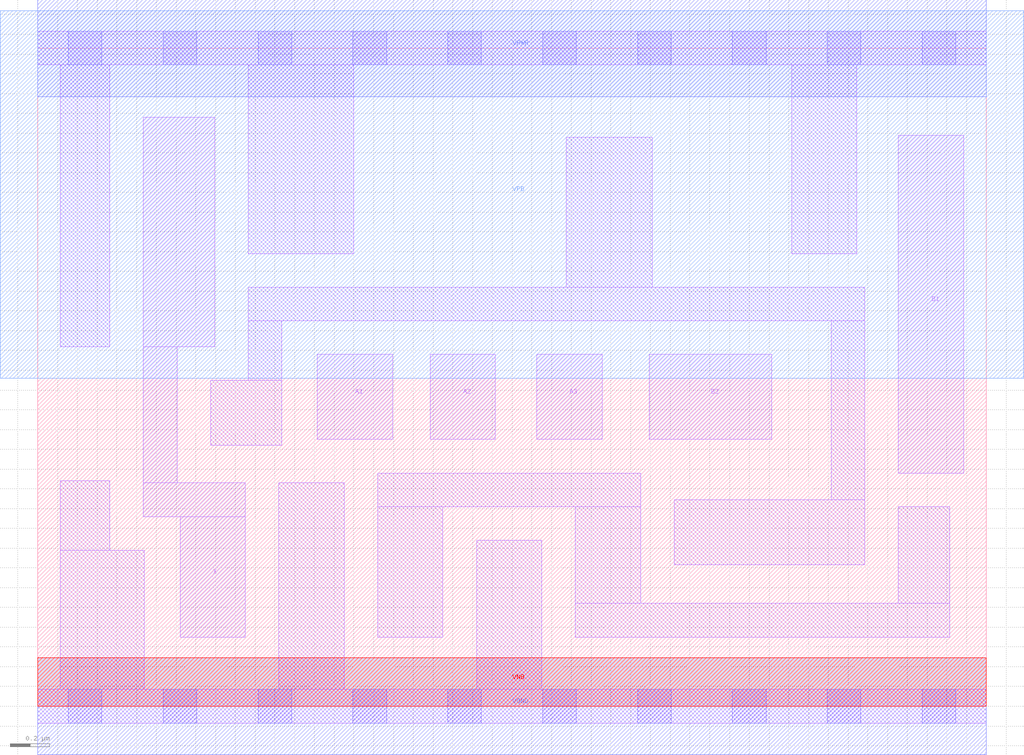
<source format=lef>
# Copyright 2020 The SkyWater PDK Authors
#
# Licensed under the Apache License, Version 2.0 (the "License");
# you may not use this file except in compliance with the License.
# You may obtain a copy of the License at
#
#     https://www.apache.org/licenses/LICENSE-2.0
#
# Unless required by applicable law or agreed to in writing, software
# distributed under the License is distributed on an "AS IS" BASIS,
# WITHOUT WARRANTIES OR CONDITIONS OF ANY KIND, either express or implied.
# See the License for the specific language governing permissions and
# limitations under the License.
#
# SPDX-License-Identifier: Apache-2.0

VERSION 5.7 ;
  NOWIREEXTENSIONATPIN ON ;
  DIVIDERCHAR "/" ;
  BUSBITCHARS "[]" ;
MACRO sky130_fd_sc_ms__o32a_2
  CLASS CORE ;
  FOREIGN sky130_fd_sc_ms__o32a_2 ;
  ORIGIN  0.000000  0.000000 ;
  SIZE  4.800000 BY  3.330000 ;
  SYMMETRY X Y ;
  SITE unit ;
  PIN A1
    ANTENNAGATEAREA  0.291000 ;
    DIRECTION INPUT ;
    USE SIGNAL ;
    PORT
      LAYER li1 ;
        RECT 1.415000 1.350000 1.795000 1.780000 ;
    END
  END A1
  PIN A2
    ANTENNAGATEAREA  0.291000 ;
    DIRECTION INPUT ;
    USE SIGNAL ;
    PORT
      LAYER li1 ;
        RECT 1.985000 1.350000 2.315000 1.780000 ;
    END
  END A2
  PIN A3
    ANTENNAGATEAREA  0.291000 ;
    DIRECTION INPUT ;
    USE SIGNAL ;
    PORT
      LAYER li1 ;
        RECT 2.525000 1.350000 2.855000 1.780000 ;
    END
  END A3
  PIN B1
    ANTENNAGATEAREA  0.291000 ;
    DIRECTION INPUT ;
    USE SIGNAL ;
    PORT
      LAYER li1 ;
        RECT 4.355000 1.180000 4.685000 2.890000 ;
    END
  END B1
  PIN B2
    ANTENNAGATEAREA  0.291000 ;
    DIRECTION INPUT ;
    USE SIGNAL ;
    PORT
      LAYER li1 ;
        RECT 3.095000 1.350000 3.715000 1.780000 ;
    END
  END B2
  PIN X
    ANTENNADIFFAREA  0.509600 ;
    DIRECTION OUTPUT ;
    USE SIGNAL ;
    PORT
      LAYER li1 ;
        RECT 0.535000 0.960000 1.050000 1.130000 ;
        RECT 0.535000 1.130000 0.705000 1.820000 ;
        RECT 0.535000 1.820000 0.895000 2.980000 ;
        RECT 0.720000 0.350000 1.050000 0.960000 ;
    END
  END X
  PIN VGND
    DIRECTION INOUT ;
    USE GROUND ;
    PORT
      LAYER met1 ;
        RECT 0.000000 -0.245000 4.800000 0.245000 ;
    END
  END VGND
  PIN VNB
    DIRECTION INOUT ;
    USE GROUND ;
    PORT
      LAYER pwell ;
        RECT 0.000000 0.000000 4.800000 0.245000 ;
    END
  END VNB
  PIN VPB
    DIRECTION INOUT ;
    USE POWER ;
    PORT
      LAYER nwell ;
        RECT -0.190000 1.660000 4.990000 3.520000 ;
    END
  END VPB
  PIN VPWR
    DIRECTION INOUT ;
    USE POWER ;
    PORT
      LAYER met1 ;
        RECT 0.000000 3.085000 4.800000 3.575000 ;
    END
  END VPWR
  OBS
    LAYER li1 ;
      RECT 0.000000 -0.085000 4.800000 0.085000 ;
      RECT 0.000000  3.245000 4.800000 3.415000 ;
      RECT 0.115000  0.085000 0.540000 0.790000 ;
      RECT 0.115000  0.790000 0.365000 1.140000 ;
      RECT 0.115000  1.820000 0.365000 3.245000 ;
      RECT 0.875000  1.320000 1.235000 1.650000 ;
      RECT 1.065000  1.650000 1.235000 1.950000 ;
      RECT 1.065000  1.950000 4.185000 2.120000 ;
      RECT 1.065000  2.290000 1.600000 3.245000 ;
      RECT 1.220000  0.085000 1.550000 1.130000 ;
      RECT 1.720000  0.350000 2.050000 1.010000 ;
      RECT 1.720000  1.010000 3.050000 1.180000 ;
      RECT 2.220000  0.085000 2.550000 0.840000 ;
      RECT 2.675000  2.120000 3.110000 2.880000 ;
      RECT 2.720000  0.350000 4.615000 0.520000 ;
      RECT 2.720000  0.520000 3.050000 1.010000 ;
      RECT 3.220000  0.715000 4.185000 1.045000 ;
      RECT 3.815000  2.290000 4.145000 3.245000 ;
      RECT 4.015000  1.045000 4.185000 1.950000 ;
      RECT 4.355000  0.520000 4.615000 1.010000 ;
    LAYER mcon ;
      RECT 0.155000 -0.085000 0.325000 0.085000 ;
      RECT 0.155000  3.245000 0.325000 3.415000 ;
      RECT 0.635000 -0.085000 0.805000 0.085000 ;
      RECT 0.635000  3.245000 0.805000 3.415000 ;
      RECT 1.115000 -0.085000 1.285000 0.085000 ;
      RECT 1.115000  3.245000 1.285000 3.415000 ;
      RECT 1.595000 -0.085000 1.765000 0.085000 ;
      RECT 1.595000  3.245000 1.765000 3.415000 ;
      RECT 2.075000 -0.085000 2.245000 0.085000 ;
      RECT 2.075000  3.245000 2.245000 3.415000 ;
      RECT 2.555000 -0.085000 2.725000 0.085000 ;
      RECT 2.555000  3.245000 2.725000 3.415000 ;
      RECT 3.035000 -0.085000 3.205000 0.085000 ;
      RECT 3.035000  3.245000 3.205000 3.415000 ;
      RECT 3.515000 -0.085000 3.685000 0.085000 ;
      RECT 3.515000  3.245000 3.685000 3.415000 ;
      RECT 3.995000 -0.085000 4.165000 0.085000 ;
      RECT 3.995000  3.245000 4.165000 3.415000 ;
      RECT 4.475000 -0.085000 4.645000 0.085000 ;
      RECT 4.475000  3.245000 4.645000 3.415000 ;
  END
END sky130_fd_sc_ms__o32a_2
END LIBRARY

</source>
